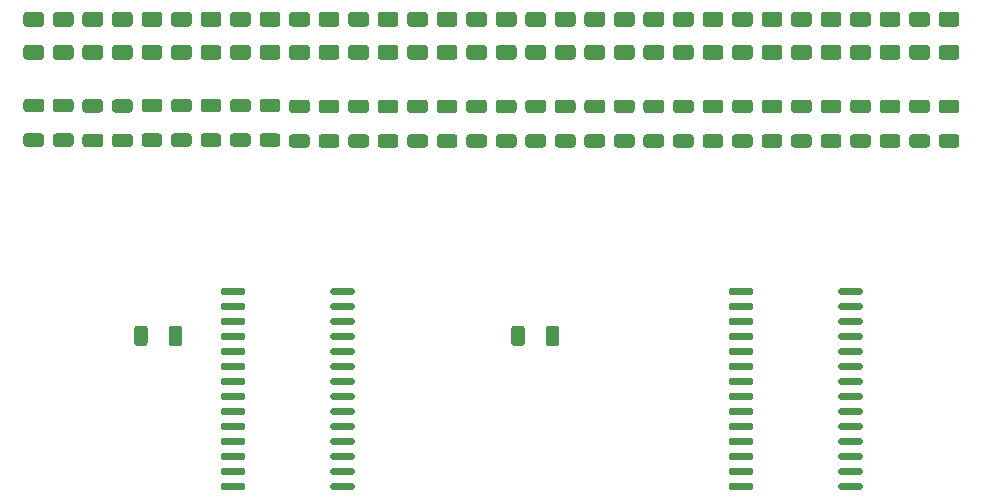
<source format=gbr>
G04 #@! TF.GenerationSoftware,KiCad,Pcbnew,(5.1.9-0-10_14)*
G04 #@! TF.CreationDate,2021-09-02T08:13:15+02:00*
G04 #@! TF.ProjectId,i2c-32io,6932632d-3332-4696-9f2e-6b696361645f,rev?*
G04 #@! TF.SameCoordinates,Original*
G04 #@! TF.FileFunction,Paste,Top*
G04 #@! TF.FilePolarity,Positive*
%FSLAX46Y46*%
G04 Gerber Fmt 4.6, Leading zero omitted, Abs format (unit mm)*
G04 Created by KiCad (PCBNEW (5.1.9-0-10_14)) date 2021-09-02 08:13:15*
%MOMM*%
%LPD*%
G01*
G04 APERTURE LIST*
G04 APERTURE END LIST*
G04 #@! TO.C,U2*
G36*
G01*
X91375000Y-107605000D02*
X91375000Y-107905000D01*
G75*
G02*
X91225000Y-108055000I-150000J0D01*
G01*
X89475000Y-108055000D01*
G75*
G02*
X89325000Y-107905000I0J150000D01*
G01*
X89325000Y-107605000D01*
G75*
G02*
X89475000Y-107455000I150000J0D01*
G01*
X91225000Y-107455000D01*
G75*
G02*
X91375000Y-107605000I0J-150000D01*
G01*
G37*
G36*
G01*
X91375000Y-106335000D02*
X91375000Y-106635000D01*
G75*
G02*
X91225000Y-106785000I-150000J0D01*
G01*
X89475000Y-106785000D01*
G75*
G02*
X89325000Y-106635000I0J150000D01*
G01*
X89325000Y-106335000D01*
G75*
G02*
X89475000Y-106185000I150000J0D01*
G01*
X91225000Y-106185000D01*
G75*
G02*
X91375000Y-106335000I0J-150000D01*
G01*
G37*
G36*
G01*
X91375000Y-105065000D02*
X91375000Y-105365000D01*
G75*
G02*
X91225000Y-105515000I-150000J0D01*
G01*
X89475000Y-105515000D01*
G75*
G02*
X89325000Y-105365000I0J150000D01*
G01*
X89325000Y-105065000D01*
G75*
G02*
X89475000Y-104915000I150000J0D01*
G01*
X91225000Y-104915000D01*
G75*
G02*
X91375000Y-105065000I0J-150000D01*
G01*
G37*
G36*
G01*
X91375000Y-103795000D02*
X91375000Y-104095000D01*
G75*
G02*
X91225000Y-104245000I-150000J0D01*
G01*
X89475000Y-104245000D01*
G75*
G02*
X89325000Y-104095000I0J150000D01*
G01*
X89325000Y-103795000D01*
G75*
G02*
X89475000Y-103645000I150000J0D01*
G01*
X91225000Y-103645000D01*
G75*
G02*
X91375000Y-103795000I0J-150000D01*
G01*
G37*
G36*
G01*
X91375000Y-102525000D02*
X91375000Y-102825000D01*
G75*
G02*
X91225000Y-102975000I-150000J0D01*
G01*
X89475000Y-102975000D01*
G75*
G02*
X89325000Y-102825000I0J150000D01*
G01*
X89325000Y-102525000D01*
G75*
G02*
X89475000Y-102375000I150000J0D01*
G01*
X91225000Y-102375000D01*
G75*
G02*
X91375000Y-102525000I0J-150000D01*
G01*
G37*
G36*
G01*
X91375000Y-101255000D02*
X91375000Y-101555000D01*
G75*
G02*
X91225000Y-101705000I-150000J0D01*
G01*
X89475000Y-101705000D01*
G75*
G02*
X89325000Y-101555000I0J150000D01*
G01*
X89325000Y-101255000D01*
G75*
G02*
X89475000Y-101105000I150000J0D01*
G01*
X91225000Y-101105000D01*
G75*
G02*
X91375000Y-101255000I0J-150000D01*
G01*
G37*
G36*
G01*
X91375000Y-99985000D02*
X91375000Y-100285000D01*
G75*
G02*
X91225000Y-100435000I-150000J0D01*
G01*
X89475000Y-100435000D01*
G75*
G02*
X89325000Y-100285000I0J150000D01*
G01*
X89325000Y-99985000D01*
G75*
G02*
X89475000Y-99835000I150000J0D01*
G01*
X91225000Y-99835000D01*
G75*
G02*
X91375000Y-99985000I0J-150000D01*
G01*
G37*
G36*
G01*
X91375000Y-98715000D02*
X91375000Y-99015000D01*
G75*
G02*
X91225000Y-99165000I-150000J0D01*
G01*
X89475000Y-99165000D01*
G75*
G02*
X89325000Y-99015000I0J150000D01*
G01*
X89325000Y-98715000D01*
G75*
G02*
X89475000Y-98565000I150000J0D01*
G01*
X91225000Y-98565000D01*
G75*
G02*
X91375000Y-98715000I0J-150000D01*
G01*
G37*
G36*
G01*
X91375000Y-97445000D02*
X91375000Y-97745000D01*
G75*
G02*
X91225000Y-97895000I-150000J0D01*
G01*
X89475000Y-97895000D01*
G75*
G02*
X89325000Y-97745000I0J150000D01*
G01*
X89325000Y-97445000D01*
G75*
G02*
X89475000Y-97295000I150000J0D01*
G01*
X91225000Y-97295000D01*
G75*
G02*
X91375000Y-97445000I0J-150000D01*
G01*
G37*
G36*
G01*
X91375000Y-96175000D02*
X91375000Y-96475000D01*
G75*
G02*
X91225000Y-96625000I-150000J0D01*
G01*
X89475000Y-96625000D01*
G75*
G02*
X89325000Y-96475000I0J150000D01*
G01*
X89325000Y-96175000D01*
G75*
G02*
X89475000Y-96025000I150000J0D01*
G01*
X91225000Y-96025000D01*
G75*
G02*
X91375000Y-96175000I0J-150000D01*
G01*
G37*
G36*
G01*
X91375000Y-94905000D02*
X91375000Y-95205000D01*
G75*
G02*
X91225000Y-95355000I-150000J0D01*
G01*
X89475000Y-95355000D01*
G75*
G02*
X89325000Y-95205000I0J150000D01*
G01*
X89325000Y-94905000D01*
G75*
G02*
X89475000Y-94755000I150000J0D01*
G01*
X91225000Y-94755000D01*
G75*
G02*
X91375000Y-94905000I0J-150000D01*
G01*
G37*
G36*
G01*
X91375000Y-93635000D02*
X91375000Y-93935000D01*
G75*
G02*
X91225000Y-94085000I-150000J0D01*
G01*
X89475000Y-94085000D01*
G75*
G02*
X89325000Y-93935000I0J150000D01*
G01*
X89325000Y-93635000D01*
G75*
G02*
X89475000Y-93485000I150000J0D01*
G01*
X91225000Y-93485000D01*
G75*
G02*
X91375000Y-93635000I0J-150000D01*
G01*
G37*
G36*
G01*
X91375000Y-92365000D02*
X91375000Y-92665000D01*
G75*
G02*
X91225000Y-92815000I-150000J0D01*
G01*
X89475000Y-92815000D01*
G75*
G02*
X89325000Y-92665000I0J150000D01*
G01*
X89325000Y-92365000D01*
G75*
G02*
X89475000Y-92215000I150000J0D01*
G01*
X91225000Y-92215000D01*
G75*
G02*
X91375000Y-92365000I0J-150000D01*
G01*
G37*
G36*
G01*
X91375000Y-91095000D02*
X91375000Y-91395000D01*
G75*
G02*
X91225000Y-91545000I-150000J0D01*
G01*
X89475000Y-91545000D01*
G75*
G02*
X89325000Y-91395000I0J150000D01*
G01*
X89325000Y-91095000D01*
G75*
G02*
X89475000Y-90945000I150000J0D01*
G01*
X91225000Y-90945000D01*
G75*
G02*
X91375000Y-91095000I0J-150000D01*
G01*
G37*
G36*
G01*
X100675000Y-91095000D02*
X100675000Y-91395000D01*
G75*
G02*
X100525000Y-91545000I-150000J0D01*
G01*
X98775000Y-91545000D01*
G75*
G02*
X98625000Y-91395000I0J150000D01*
G01*
X98625000Y-91095000D01*
G75*
G02*
X98775000Y-90945000I150000J0D01*
G01*
X100525000Y-90945000D01*
G75*
G02*
X100675000Y-91095000I0J-150000D01*
G01*
G37*
G36*
G01*
X100675000Y-92365000D02*
X100675000Y-92665000D01*
G75*
G02*
X100525000Y-92815000I-150000J0D01*
G01*
X98775000Y-92815000D01*
G75*
G02*
X98625000Y-92665000I0J150000D01*
G01*
X98625000Y-92365000D01*
G75*
G02*
X98775000Y-92215000I150000J0D01*
G01*
X100525000Y-92215000D01*
G75*
G02*
X100675000Y-92365000I0J-150000D01*
G01*
G37*
G36*
G01*
X100675000Y-93635000D02*
X100675000Y-93935000D01*
G75*
G02*
X100525000Y-94085000I-150000J0D01*
G01*
X98775000Y-94085000D01*
G75*
G02*
X98625000Y-93935000I0J150000D01*
G01*
X98625000Y-93635000D01*
G75*
G02*
X98775000Y-93485000I150000J0D01*
G01*
X100525000Y-93485000D01*
G75*
G02*
X100675000Y-93635000I0J-150000D01*
G01*
G37*
G36*
G01*
X100675000Y-94905000D02*
X100675000Y-95205000D01*
G75*
G02*
X100525000Y-95355000I-150000J0D01*
G01*
X98775000Y-95355000D01*
G75*
G02*
X98625000Y-95205000I0J150000D01*
G01*
X98625000Y-94905000D01*
G75*
G02*
X98775000Y-94755000I150000J0D01*
G01*
X100525000Y-94755000D01*
G75*
G02*
X100675000Y-94905000I0J-150000D01*
G01*
G37*
G36*
G01*
X100675000Y-96175000D02*
X100675000Y-96475000D01*
G75*
G02*
X100525000Y-96625000I-150000J0D01*
G01*
X98775000Y-96625000D01*
G75*
G02*
X98625000Y-96475000I0J150000D01*
G01*
X98625000Y-96175000D01*
G75*
G02*
X98775000Y-96025000I150000J0D01*
G01*
X100525000Y-96025000D01*
G75*
G02*
X100675000Y-96175000I0J-150000D01*
G01*
G37*
G36*
G01*
X100675000Y-97445000D02*
X100675000Y-97745000D01*
G75*
G02*
X100525000Y-97895000I-150000J0D01*
G01*
X98775000Y-97895000D01*
G75*
G02*
X98625000Y-97745000I0J150000D01*
G01*
X98625000Y-97445000D01*
G75*
G02*
X98775000Y-97295000I150000J0D01*
G01*
X100525000Y-97295000D01*
G75*
G02*
X100675000Y-97445000I0J-150000D01*
G01*
G37*
G36*
G01*
X100675000Y-98715000D02*
X100675000Y-99015000D01*
G75*
G02*
X100525000Y-99165000I-150000J0D01*
G01*
X98775000Y-99165000D01*
G75*
G02*
X98625000Y-99015000I0J150000D01*
G01*
X98625000Y-98715000D01*
G75*
G02*
X98775000Y-98565000I150000J0D01*
G01*
X100525000Y-98565000D01*
G75*
G02*
X100675000Y-98715000I0J-150000D01*
G01*
G37*
G36*
G01*
X100675000Y-99985000D02*
X100675000Y-100285000D01*
G75*
G02*
X100525000Y-100435000I-150000J0D01*
G01*
X98775000Y-100435000D01*
G75*
G02*
X98625000Y-100285000I0J150000D01*
G01*
X98625000Y-99985000D01*
G75*
G02*
X98775000Y-99835000I150000J0D01*
G01*
X100525000Y-99835000D01*
G75*
G02*
X100675000Y-99985000I0J-150000D01*
G01*
G37*
G36*
G01*
X100675000Y-101255000D02*
X100675000Y-101555000D01*
G75*
G02*
X100525000Y-101705000I-150000J0D01*
G01*
X98775000Y-101705000D01*
G75*
G02*
X98625000Y-101555000I0J150000D01*
G01*
X98625000Y-101255000D01*
G75*
G02*
X98775000Y-101105000I150000J0D01*
G01*
X100525000Y-101105000D01*
G75*
G02*
X100675000Y-101255000I0J-150000D01*
G01*
G37*
G36*
G01*
X100675000Y-102525000D02*
X100675000Y-102825000D01*
G75*
G02*
X100525000Y-102975000I-150000J0D01*
G01*
X98775000Y-102975000D01*
G75*
G02*
X98625000Y-102825000I0J150000D01*
G01*
X98625000Y-102525000D01*
G75*
G02*
X98775000Y-102375000I150000J0D01*
G01*
X100525000Y-102375000D01*
G75*
G02*
X100675000Y-102525000I0J-150000D01*
G01*
G37*
G36*
G01*
X100675000Y-103795000D02*
X100675000Y-104095000D01*
G75*
G02*
X100525000Y-104245000I-150000J0D01*
G01*
X98775000Y-104245000D01*
G75*
G02*
X98625000Y-104095000I0J150000D01*
G01*
X98625000Y-103795000D01*
G75*
G02*
X98775000Y-103645000I150000J0D01*
G01*
X100525000Y-103645000D01*
G75*
G02*
X100675000Y-103795000I0J-150000D01*
G01*
G37*
G36*
G01*
X100675000Y-105065000D02*
X100675000Y-105365000D01*
G75*
G02*
X100525000Y-105515000I-150000J0D01*
G01*
X98775000Y-105515000D01*
G75*
G02*
X98625000Y-105365000I0J150000D01*
G01*
X98625000Y-105065000D01*
G75*
G02*
X98775000Y-104915000I150000J0D01*
G01*
X100525000Y-104915000D01*
G75*
G02*
X100675000Y-105065000I0J-150000D01*
G01*
G37*
G36*
G01*
X100675000Y-106335000D02*
X100675000Y-106635000D01*
G75*
G02*
X100525000Y-106785000I-150000J0D01*
G01*
X98775000Y-106785000D01*
G75*
G02*
X98625000Y-106635000I0J150000D01*
G01*
X98625000Y-106335000D01*
G75*
G02*
X98775000Y-106185000I150000J0D01*
G01*
X100525000Y-106185000D01*
G75*
G02*
X100675000Y-106335000I0J-150000D01*
G01*
G37*
G36*
G01*
X100675000Y-107605000D02*
X100675000Y-107905000D01*
G75*
G02*
X100525000Y-108055000I-150000J0D01*
G01*
X98775000Y-108055000D01*
G75*
G02*
X98625000Y-107905000I0J150000D01*
G01*
X98625000Y-107605000D01*
G75*
G02*
X98775000Y-107455000I150000J0D01*
G01*
X100525000Y-107455000D01*
G75*
G02*
X100675000Y-107605000I0J-150000D01*
G01*
G37*
G04 #@! TD*
G04 #@! TO.C,U1*
G36*
G01*
X48375000Y-107605000D02*
X48375000Y-107905000D01*
G75*
G02*
X48225000Y-108055000I-150000J0D01*
G01*
X46475000Y-108055000D01*
G75*
G02*
X46325000Y-107905000I0J150000D01*
G01*
X46325000Y-107605000D01*
G75*
G02*
X46475000Y-107455000I150000J0D01*
G01*
X48225000Y-107455000D01*
G75*
G02*
X48375000Y-107605000I0J-150000D01*
G01*
G37*
G36*
G01*
X48375000Y-106335000D02*
X48375000Y-106635000D01*
G75*
G02*
X48225000Y-106785000I-150000J0D01*
G01*
X46475000Y-106785000D01*
G75*
G02*
X46325000Y-106635000I0J150000D01*
G01*
X46325000Y-106335000D01*
G75*
G02*
X46475000Y-106185000I150000J0D01*
G01*
X48225000Y-106185000D01*
G75*
G02*
X48375000Y-106335000I0J-150000D01*
G01*
G37*
G36*
G01*
X48375000Y-105065000D02*
X48375000Y-105365000D01*
G75*
G02*
X48225000Y-105515000I-150000J0D01*
G01*
X46475000Y-105515000D01*
G75*
G02*
X46325000Y-105365000I0J150000D01*
G01*
X46325000Y-105065000D01*
G75*
G02*
X46475000Y-104915000I150000J0D01*
G01*
X48225000Y-104915000D01*
G75*
G02*
X48375000Y-105065000I0J-150000D01*
G01*
G37*
G36*
G01*
X48375000Y-103795000D02*
X48375000Y-104095000D01*
G75*
G02*
X48225000Y-104245000I-150000J0D01*
G01*
X46475000Y-104245000D01*
G75*
G02*
X46325000Y-104095000I0J150000D01*
G01*
X46325000Y-103795000D01*
G75*
G02*
X46475000Y-103645000I150000J0D01*
G01*
X48225000Y-103645000D01*
G75*
G02*
X48375000Y-103795000I0J-150000D01*
G01*
G37*
G36*
G01*
X48375000Y-102525000D02*
X48375000Y-102825000D01*
G75*
G02*
X48225000Y-102975000I-150000J0D01*
G01*
X46475000Y-102975000D01*
G75*
G02*
X46325000Y-102825000I0J150000D01*
G01*
X46325000Y-102525000D01*
G75*
G02*
X46475000Y-102375000I150000J0D01*
G01*
X48225000Y-102375000D01*
G75*
G02*
X48375000Y-102525000I0J-150000D01*
G01*
G37*
G36*
G01*
X48375000Y-101255000D02*
X48375000Y-101555000D01*
G75*
G02*
X48225000Y-101705000I-150000J0D01*
G01*
X46475000Y-101705000D01*
G75*
G02*
X46325000Y-101555000I0J150000D01*
G01*
X46325000Y-101255000D01*
G75*
G02*
X46475000Y-101105000I150000J0D01*
G01*
X48225000Y-101105000D01*
G75*
G02*
X48375000Y-101255000I0J-150000D01*
G01*
G37*
G36*
G01*
X48375000Y-99985000D02*
X48375000Y-100285000D01*
G75*
G02*
X48225000Y-100435000I-150000J0D01*
G01*
X46475000Y-100435000D01*
G75*
G02*
X46325000Y-100285000I0J150000D01*
G01*
X46325000Y-99985000D01*
G75*
G02*
X46475000Y-99835000I150000J0D01*
G01*
X48225000Y-99835000D01*
G75*
G02*
X48375000Y-99985000I0J-150000D01*
G01*
G37*
G36*
G01*
X48375000Y-98715000D02*
X48375000Y-99015000D01*
G75*
G02*
X48225000Y-99165000I-150000J0D01*
G01*
X46475000Y-99165000D01*
G75*
G02*
X46325000Y-99015000I0J150000D01*
G01*
X46325000Y-98715000D01*
G75*
G02*
X46475000Y-98565000I150000J0D01*
G01*
X48225000Y-98565000D01*
G75*
G02*
X48375000Y-98715000I0J-150000D01*
G01*
G37*
G36*
G01*
X48375000Y-97445000D02*
X48375000Y-97745000D01*
G75*
G02*
X48225000Y-97895000I-150000J0D01*
G01*
X46475000Y-97895000D01*
G75*
G02*
X46325000Y-97745000I0J150000D01*
G01*
X46325000Y-97445000D01*
G75*
G02*
X46475000Y-97295000I150000J0D01*
G01*
X48225000Y-97295000D01*
G75*
G02*
X48375000Y-97445000I0J-150000D01*
G01*
G37*
G36*
G01*
X48375000Y-96175000D02*
X48375000Y-96475000D01*
G75*
G02*
X48225000Y-96625000I-150000J0D01*
G01*
X46475000Y-96625000D01*
G75*
G02*
X46325000Y-96475000I0J150000D01*
G01*
X46325000Y-96175000D01*
G75*
G02*
X46475000Y-96025000I150000J0D01*
G01*
X48225000Y-96025000D01*
G75*
G02*
X48375000Y-96175000I0J-150000D01*
G01*
G37*
G36*
G01*
X48375000Y-94905000D02*
X48375000Y-95205000D01*
G75*
G02*
X48225000Y-95355000I-150000J0D01*
G01*
X46475000Y-95355000D01*
G75*
G02*
X46325000Y-95205000I0J150000D01*
G01*
X46325000Y-94905000D01*
G75*
G02*
X46475000Y-94755000I150000J0D01*
G01*
X48225000Y-94755000D01*
G75*
G02*
X48375000Y-94905000I0J-150000D01*
G01*
G37*
G36*
G01*
X48375000Y-93635000D02*
X48375000Y-93935000D01*
G75*
G02*
X48225000Y-94085000I-150000J0D01*
G01*
X46475000Y-94085000D01*
G75*
G02*
X46325000Y-93935000I0J150000D01*
G01*
X46325000Y-93635000D01*
G75*
G02*
X46475000Y-93485000I150000J0D01*
G01*
X48225000Y-93485000D01*
G75*
G02*
X48375000Y-93635000I0J-150000D01*
G01*
G37*
G36*
G01*
X48375000Y-92365000D02*
X48375000Y-92665000D01*
G75*
G02*
X48225000Y-92815000I-150000J0D01*
G01*
X46475000Y-92815000D01*
G75*
G02*
X46325000Y-92665000I0J150000D01*
G01*
X46325000Y-92365000D01*
G75*
G02*
X46475000Y-92215000I150000J0D01*
G01*
X48225000Y-92215000D01*
G75*
G02*
X48375000Y-92365000I0J-150000D01*
G01*
G37*
G36*
G01*
X48375000Y-91095000D02*
X48375000Y-91395000D01*
G75*
G02*
X48225000Y-91545000I-150000J0D01*
G01*
X46475000Y-91545000D01*
G75*
G02*
X46325000Y-91395000I0J150000D01*
G01*
X46325000Y-91095000D01*
G75*
G02*
X46475000Y-90945000I150000J0D01*
G01*
X48225000Y-90945000D01*
G75*
G02*
X48375000Y-91095000I0J-150000D01*
G01*
G37*
G36*
G01*
X57675000Y-91095000D02*
X57675000Y-91395000D01*
G75*
G02*
X57525000Y-91545000I-150000J0D01*
G01*
X55775000Y-91545000D01*
G75*
G02*
X55625000Y-91395000I0J150000D01*
G01*
X55625000Y-91095000D01*
G75*
G02*
X55775000Y-90945000I150000J0D01*
G01*
X57525000Y-90945000D01*
G75*
G02*
X57675000Y-91095000I0J-150000D01*
G01*
G37*
G36*
G01*
X57675000Y-92365000D02*
X57675000Y-92665000D01*
G75*
G02*
X57525000Y-92815000I-150000J0D01*
G01*
X55775000Y-92815000D01*
G75*
G02*
X55625000Y-92665000I0J150000D01*
G01*
X55625000Y-92365000D01*
G75*
G02*
X55775000Y-92215000I150000J0D01*
G01*
X57525000Y-92215000D01*
G75*
G02*
X57675000Y-92365000I0J-150000D01*
G01*
G37*
G36*
G01*
X57675000Y-93635000D02*
X57675000Y-93935000D01*
G75*
G02*
X57525000Y-94085000I-150000J0D01*
G01*
X55775000Y-94085000D01*
G75*
G02*
X55625000Y-93935000I0J150000D01*
G01*
X55625000Y-93635000D01*
G75*
G02*
X55775000Y-93485000I150000J0D01*
G01*
X57525000Y-93485000D01*
G75*
G02*
X57675000Y-93635000I0J-150000D01*
G01*
G37*
G36*
G01*
X57675000Y-94905000D02*
X57675000Y-95205000D01*
G75*
G02*
X57525000Y-95355000I-150000J0D01*
G01*
X55775000Y-95355000D01*
G75*
G02*
X55625000Y-95205000I0J150000D01*
G01*
X55625000Y-94905000D01*
G75*
G02*
X55775000Y-94755000I150000J0D01*
G01*
X57525000Y-94755000D01*
G75*
G02*
X57675000Y-94905000I0J-150000D01*
G01*
G37*
G36*
G01*
X57675000Y-96175000D02*
X57675000Y-96475000D01*
G75*
G02*
X57525000Y-96625000I-150000J0D01*
G01*
X55775000Y-96625000D01*
G75*
G02*
X55625000Y-96475000I0J150000D01*
G01*
X55625000Y-96175000D01*
G75*
G02*
X55775000Y-96025000I150000J0D01*
G01*
X57525000Y-96025000D01*
G75*
G02*
X57675000Y-96175000I0J-150000D01*
G01*
G37*
G36*
G01*
X57675000Y-97445000D02*
X57675000Y-97745000D01*
G75*
G02*
X57525000Y-97895000I-150000J0D01*
G01*
X55775000Y-97895000D01*
G75*
G02*
X55625000Y-97745000I0J150000D01*
G01*
X55625000Y-97445000D01*
G75*
G02*
X55775000Y-97295000I150000J0D01*
G01*
X57525000Y-97295000D01*
G75*
G02*
X57675000Y-97445000I0J-150000D01*
G01*
G37*
G36*
G01*
X57675000Y-98715000D02*
X57675000Y-99015000D01*
G75*
G02*
X57525000Y-99165000I-150000J0D01*
G01*
X55775000Y-99165000D01*
G75*
G02*
X55625000Y-99015000I0J150000D01*
G01*
X55625000Y-98715000D01*
G75*
G02*
X55775000Y-98565000I150000J0D01*
G01*
X57525000Y-98565000D01*
G75*
G02*
X57675000Y-98715000I0J-150000D01*
G01*
G37*
G36*
G01*
X57675000Y-99985000D02*
X57675000Y-100285000D01*
G75*
G02*
X57525000Y-100435000I-150000J0D01*
G01*
X55775000Y-100435000D01*
G75*
G02*
X55625000Y-100285000I0J150000D01*
G01*
X55625000Y-99985000D01*
G75*
G02*
X55775000Y-99835000I150000J0D01*
G01*
X57525000Y-99835000D01*
G75*
G02*
X57675000Y-99985000I0J-150000D01*
G01*
G37*
G36*
G01*
X57675000Y-101255000D02*
X57675000Y-101555000D01*
G75*
G02*
X57525000Y-101705000I-150000J0D01*
G01*
X55775000Y-101705000D01*
G75*
G02*
X55625000Y-101555000I0J150000D01*
G01*
X55625000Y-101255000D01*
G75*
G02*
X55775000Y-101105000I150000J0D01*
G01*
X57525000Y-101105000D01*
G75*
G02*
X57675000Y-101255000I0J-150000D01*
G01*
G37*
G36*
G01*
X57675000Y-102525000D02*
X57675000Y-102825000D01*
G75*
G02*
X57525000Y-102975000I-150000J0D01*
G01*
X55775000Y-102975000D01*
G75*
G02*
X55625000Y-102825000I0J150000D01*
G01*
X55625000Y-102525000D01*
G75*
G02*
X55775000Y-102375000I150000J0D01*
G01*
X57525000Y-102375000D01*
G75*
G02*
X57675000Y-102525000I0J-150000D01*
G01*
G37*
G36*
G01*
X57675000Y-103795000D02*
X57675000Y-104095000D01*
G75*
G02*
X57525000Y-104245000I-150000J0D01*
G01*
X55775000Y-104245000D01*
G75*
G02*
X55625000Y-104095000I0J150000D01*
G01*
X55625000Y-103795000D01*
G75*
G02*
X55775000Y-103645000I150000J0D01*
G01*
X57525000Y-103645000D01*
G75*
G02*
X57675000Y-103795000I0J-150000D01*
G01*
G37*
G36*
G01*
X57675000Y-105065000D02*
X57675000Y-105365000D01*
G75*
G02*
X57525000Y-105515000I-150000J0D01*
G01*
X55775000Y-105515000D01*
G75*
G02*
X55625000Y-105365000I0J150000D01*
G01*
X55625000Y-105065000D01*
G75*
G02*
X55775000Y-104915000I150000J0D01*
G01*
X57525000Y-104915000D01*
G75*
G02*
X57675000Y-105065000I0J-150000D01*
G01*
G37*
G36*
G01*
X57675000Y-106335000D02*
X57675000Y-106635000D01*
G75*
G02*
X57525000Y-106785000I-150000J0D01*
G01*
X55775000Y-106785000D01*
G75*
G02*
X55625000Y-106635000I0J150000D01*
G01*
X55625000Y-106335000D01*
G75*
G02*
X55775000Y-106185000I150000J0D01*
G01*
X57525000Y-106185000D01*
G75*
G02*
X57675000Y-106335000I0J-150000D01*
G01*
G37*
G36*
G01*
X57675000Y-107605000D02*
X57675000Y-107905000D01*
G75*
G02*
X57525000Y-108055000I-150000J0D01*
G01*
X55775000Y-108055000D01*
G75*
G02*
X55625000Y-107905000I0J150000D01*
G01*
X55625000Y-107605000D01*
G75*
G02*
X55775000Y-107455000I150000J0D01*
G01*
X57525000Y-107455000D01*
G75*
G02*
X57675000Y-107605000I0J-150000D01*
G01*
G37*
G04 #@! TD*
G04 #@! TO.C,R34*
G36*
G01*
X41937500Y-95625003D02*
X41937500Y-94374997D01*
G75*
G02*
X42187497Y-94125000I249997J0D01*
G01*
X42812503Y-94125000D01*
G75*
G02*
X43062500Y-94374997I0J-249997D01*
G01*
X43062500Y-95625003D01*
G75*
G02*
X42812503Y-95875000I-249997J0D01*
G01*
X42187497Y-95875000D01*
G75*
G02*
X41937500Y-95625003I0J249997D01*
G01*
G37*
G36*
G01*
X39012500Y-95625003D02*
X39012500Y-94374997D01*
G75*
G02*
X39262497Y-94125000I249997J0D01*
G01*
X39887503Y-94125000D01*
G75*
G02*
X40137500Y-94374997I0J-249997D01*
G01*
X40137500Y-95625003D01*
G75*
G02*
X39887503Y-95875000I-249997J0D01*
G01*
X39262497Y-95875000D01*
G75*
G02*
X39012500Y-95625003I0J249997D01*
G01*
G37*
G04 #@! TD*
G04 #@! TO.C,R33*
G36*
G01*
X73862500Y-95625003D02*
X73862500Y-94374997D01*
G75*
G02*
X74112497Y-94125000I249997J0D01*
G01*
X74737503Y-94125000D01*
G75*
G02*
X74987500Y-94374997I0J-249997D01*
G01*
X74987500Y-95625003D01*
G75*
G02*
X74737503Y-95875000I-249997J0D01*
G01*
X74112497Y-95875000D01*
G75*
G02*
X73862500Y-95625003I0J249997D01*
G01*
G37*
G36*
G01*
X70937500Y-95625003D02*
X70937500Y-94374997D01*
G75*
G02*
X71187497Y-94125000I249997J0D01*
G01*
X71812503Y-94125000D01*
G75*
G02*
X72062500Y-94374997I0J-249997D01*
G01*
X72062500Y-95625003D01*
G75*
G02*
X71812503Y-95875000I-249997J0D01*
G01*
X71187497Y-95875000D01*
G75*
G02*
X70937500Y-95625003I0J249997D01*
G01*
G37*
G04 #@! TD*
G04 #@! TO.C,R32*
G36*
G01*
X107374997Y-77937500D02*
X108625003Y-77937500D01*
G75*
G02*
X108875000Y-78187497I0J-249997D01*
G01*
X108875000Y-78812503D01*
G75*
G02*
X108625003Y-79062500I-249997J0D01*
G01*
X107374997Y-79062500D01*
G75*
G02*
X107125000Y-78812503I0J249997D01*
G01*
X107125000Y-78187497D01*
G75*
G02*
X107374997Y-77937500I249997J0D01*
G01*
G37*
G36*
G01*
X107374997Y-75012500D02*
X108625003Y-75012500D01*
G75*
G02*
X108875000Y-75262497I0J-249997D01*
G01*
X108875000Y-75887503D01*
G75*
G02*
X108625003Y-76137500I-249997J0D01*
G01*
X107374997Y-76137500D01*
G75*
G02*
X107125000Y-75887503I0J249997D01*
G01*
X107125000Y-75262497D01*
G75*
G02*
X107374997Y-75012500I249997J0D01*
G01*
G37*
G04 #@! TD*
G04 #@! TO.C,R31*
G36*
G01*
X104874997Y-77937500D02*
X106125003Y-77937500D01*
G75*
G02*
X106375000Y-78187497I0J-249997D01*
G01*
X106375000Y-78812503D01*
G75*
G02*
X106125003Y-79062500I-249997J0D01*
G01*
X104874997Y-79062500D01*
G75*
G02*
X104625000Y-78812503I0J249997D01*
G01*
X104625000Y-78187497D01*
G75*
G02*
X104874997Y-77937500I249997J0D01*
G01*
G37*
G36*
G01*
X104874997Y-75012500D02*
X106125003Y-75012500D01*
G75*
G02*
X106375000Y-75262497I0J-249997D01*
G01*
X106375000Y-75887503D01*
G75*
G02*
X106125003Y-76137500I-249997J0D01*
G01*
X104874997Y-76137500D01*
G75*
G02*
X104625000Y-75887503I0J249997D01*
G01*
X104625000Y-75262497D01*
G75*
G02*
X104874997Y-75012500I249997J0D01*
G01*
G37*
G04 #@! TD*
G04 #@! TO.C,R30*
G36*
G01*
X102374997Y-77937500D02*
X103625003Y-77937500D01*
G75*
G02*
X103875000Y-78187497I0J-249997D01*
G01*
X103875000Y-78812503D01*
G75*
G02*
X103625003Y-79062500I-249997J0D01*
G01*
X102374997Y-79062500D01*
G75*
G02*
X102125000Y-78812503I0J249997D01*
G01*
X102125000Y-78187497D01*
G75*
G02*
X102374997Y-77937500I249997J0D01*
G01*
G37*
G36*
G01*
X102374997Y-75012500D02*
X103625003Y-75012500D01*
G75*
G02*
X103875000Y-75262497I0J-249997D01*
G01*
X103875000Y-75887503D01*
G75*
G02*
X103625003Y-76137500I-249997J0D01*
G01*
X102374997Y-76137500D01*
G75*
G02*
X102125000Y-75887503I0J249997D01*
G01*
X102125000Y-75262497D01*
G75*
G02*
X102374997Y-75012500I249997J0D01*
G01*
G37*
G04 #@! TD*
G04 #@! TO.C,R29*
G36*
G01*
X99874997Y-77937500D02*
X101125003Y-77937500D01*
G75*
G02*
X101375000Y-78187497I0J-249997D01*
G01*
X101375000Y-78812503D01*
G75*
G02*
X101125003Y-79062500I-249997J0D01*
G01*
X99874997Y-79062500D01*
G75*
G02*
X99625000Y-78812503I0J249997D01*
G01*
X99625000Y-78187497D01*
G75*
G02*
X99874997Y-77937500I249997J0D01*
G01*
G37*
G36*
G01*
X99874997Y-75012500D02*
X101125003Y-75012500D01*
G75*
G02*
X101375000Y-75262497I0J-249997D01*
G01*
X101375000Y-75887503D01*
G75*
G02*
X101125003Y-76137500I-249997J0D01*
G01*
X99874997Y-76137500D01*
G75*
G02*
X99625000Y-75887503I0J249997D01*
G01*
X99625000Y-75262497D01*
G75*
G02*
X99874997Y-75012500I249997J0D01*
G01*
G37*
G04 #@! TD*
G04 #@! TO.C,R28*
G36*
G01*
X97374997Y-77937500D02*
X98625003Y-77937500D01*
G75*
G02*
X98875000Y-78187497I0J-249997D01*
G01*
X98875000Y-78812503D01*
G75*
G02*
X98625003Y-79062500I-249997J0D01*
G01*
X97374997Y-79062500D01*
G75*
G02*
X97125000Y-78812503I0J249997D01*
G01*
X97125000Y-78187497D01*
G75*
G02*
X97374997Y-77937500I249997J0D01*
G01*
G37*
G36*
G01*
X97374997Y-75012500D02*
X98625003Y-75012500D01*
G75*
G02*
X98875000Y-75262497I0J-249997D01*
G01*
X98875000Y-75887503D01*
G75*
G02*
X98625003Y-76137500I-249997J0D01*
G01*
X97374997Y-76137500D01*
G75*
G02*
X97125000Y-75887503I0J249997D01*
G01*
X97125000Y-75262497D01*
G75*
G02*
X97374997Y-75012500I249997J0D01*
G01*
G37*
G04 #@! TD*
G04 #@! TO.C,R27*
G36*
G01*
X94874997Y-77937500D02*
X96125003Y-77937500D01*
G75*
G02*
X96375000Y-78187497I0J-249997D01*
G01*
X96375000Y-78812503D01*
G75*
G02*
X96125003Y-79062500I-249997J0D01*
G01*
X94874997Y-79062500D01*
G75*
G02*
X94625000Y-78812503I0J249997D01*
G01*
X94625000Y-78187497D01*
G75*
G02*
X94874997Y-77937500I249997J0D01*
G01*
G37*
G36*
G01*
X94874997Y-75012500D02*
X96125003Y-75012500D01*
G75*
G02*
X96375000Y-75262497I0J-249997D01*
G01*
X96375000Y-75887503D01*
G75*
G02*
X96125003Y-76137500I-249997J0D01*
G01*
X94874997Y-76137500D01*
G75*
G02*
X94625000Y-75887503I0J249997D01*
G01*
X94625000Y-75262497D01*
G75*
G02*
X94874997Y-75012500I249997J0D01*
G01*
G37*
G04 #@! TD*
G04 #@! TO.C,R26*
G36*
G01*
X92374997Y-77937500D02*
X93625003Y-77937500D01*
G75*
G02*
X93875000Y-78187497I0J-249997D01*
G01*
X93875000Y-78812503D01*
G75*
G02*
X93625003Y-79062500I-249997J0D01*
G01*
X92374997Y-79062500D01*
G75*
G02*
X92125000Y-78812503I0J249997D01*
G01*
X92125000Y-78187497D01*
G75*
G02*
X92374997Y-77937500I249997J0D01*
G01*
G37*
G36*
G01*
X92374997Y-75012500D02*
X93625003Y-75012500D01*
G75*
G02*
X93875000Y-75262497I0J-249997D01*
G01*
X93875000Y-75887503D01*
G75*
G02*
X93625003Y-76137500I-249997J0D01*
G01*
X92374997Y-76137500D01*
G75*
G02*
X92125000Y-75887503I0J249997D01*
G01*
X92125000Y-75262497D01*
G75*
G02*
X92374997Y-75012500I249997J0D01*
G01*
G37*
G04 #@! TD*
G04 #@! TO.C,R25*
G36*
G01*
X89874997Y-77937500D02*
X91125003Y-77937500D01*
G75*
G02*
X91375000Y-78187497I0J-249997D01*
G01*
X91375000Y-78812503D01*
G75*
G02*
X91125003Y-79062500I-249997J0D01*
G01*
X89874997Y-79062500D01*
G75*
G02*
X89625000Y-78812503I0J249997D01*
G01*
X89625000Y-78187497D01*
G75*
G02*
X89874997Y-77937500I249997J0D01*
G01*
G37*
G36*
G01*
X89874997Y-75012500D02*
X91125003Y-75012500D01*
G75*
G02*
X91375000Y-75262497I0J-249997D01*
G01*
X91375000Y-75887503D01*
G75*
G02*
X91125003Y-76137500I-249997J0D01*
G01*
X89874997Y-76137500D01*
G75*
G02*
X89625000Y-75887503I0J249997D01*
G01*
X89625000Y-75262497D01*
G75*
G02*
X89874997Y-75012500I249997J0D01*
G01*
G37*
G04 #@! TD*
G04 #@! TO.C,R24*
G36*
G01*
X87374997Y-77937500D02*
X88625003Y-77937500D01*
G75*
G02*
X88875000Y-78187497I0J-249997D01*
G01*
X88875000Y-78812503D01*
G75*
G02*
X88625003Y-79062500I-249997J0D01*
G01*
X87374997Y-79062500D01*
G75*
G02*
X87125000Y-78812503I0J249997D01*
G01*
X87125000Y-78187497D01*
G75*
G02*
X87374997Y-77937500I249997J0D01*
G01*
G37*
G36*
G01*
X87374997Y-75012500D02*
X88625003Y-75012500D01*
G75*
G02*
X88875000Y-75262497I0J-249997D01*
G01*
X88875000Y-75887503D01*
G75*
G02*
X88625003Y-76137500I-249997J0D01*
G01*
X87374997Y-76137500D01*
G75*
G02*
X87125000Y-75887503I0J249997D01*
G01*
X87125000Y-75262497D01*
G75*
G02*
X87374997Y-75012500I249997J0D01*
G01*
G37*
G04 #@! TD*
G04 #@! TO.C,R23*
G36*
G01*
X84874997Y-77937500D02*
X86125003Y-77937500D01*
G75*
G02*
X86375000Y-78187497I0J-249997D01*
G01*
X86375000Y-78812503D01*
G75*
G02*
X86125003Y-79062500I-249997J0D01*
G01*
X84874997Y-79062500D01*
G75*
G02*
X84625000Y-78812503I0J249997D01*
G01*
X84625000Y-78187497D01*
G75*
G02*
X84874997Y-77937500I249997J0D01*
G01*
G37*
G36*
G01*
X84874997Y-75012500D02*
X86125003Y-75012500D01*
G75*
G02*
X86375000Y-75262497I0J-249997D01*
G01*
X86375000Y-75887503D01*
G75*
G02*
X86125003Y-76137500I-249997J0D01*
G01*
X84874997Y-76137500D01*
G75*
G02*
X84625000Y-75887503I0J249997D01*
G01*
X84625000Y-75262497D01*
G75*
G02*
X84874997Y-75012500I249997J0D01*
G01*
G37*
G04 #@! TD*
G04 #@! TO.C,R22*
G36*
G01*
X82374997Y-77937500D02*
X83625003Y-77937500D01*
G75*
G02*
X83875000Y-78187497I0J-249997D01*
G01*
X83875000Y-78812503D01*
G75*
G02*
X83625003Y-79062500I-249997J0D01*
G01*
X82374997Y-79062500D01*
G75*
G02*
X82125000Y-78812503I0J249997D01*
G01*
X82125000Y-78187497D01*
G75*
G02*
X82374997Y-77937500I249997J0D01*
G01*
G37*
G36*
G01*
X82374997Y-75012500D02*
X83625003Y-75012500D01*
G75*
G02*
X83875000Y-75262497I0J-249997D01*
G01*
X83875000Y-75887503D01*
G75*
G02*
X83625003Y-76137500I-249997J0D01*
G01*
X82374997Y-76137500D01*
G75*
G02*
X82125000Y-75887503I0J249997D01*
G01*
X82125000Y-75262497D01*
G75*
G02*
X82374997Y-75012500I249997J0D01*
G01*
G37*
G04 #@! TD*
G04 #@! TO.C,R21*
G36*
G01*
X79874997Y-77937500D02*
X81125003Y-77937500D01*
G75*
G02*
X81375000Y-78187497I0J-249997D01*
G01*
X81375000Y-78812503D01*
G75*
G02*
X81125003Y-79062500I-249997J0D01*
G01*
X79874997Y-79062500D01*
G75*
G02*
X79625000Y-78812503I0J249997D01*
G01*
X79625000Y-78187497D01*
G75*
G02*
X79874997Y-77937500I249997J0D01*
G01*
G37*
G36*
G01*
X79874997Y-75012500D02*
X81125003Y-75012500D01*
G75*
G02*
X81375000Y-75262497I0J-249997D01*
G01*
X81375000Y-75887503D01*
G75*
G02*
X81125003Y-76137500I-249997J0D01*
G01*
X79874997Y-76137500D01*
G75*
G02*
X79625000Y-75887503I0J249997D01*
G01*
X79625000Y-75262497D01*
G75*
G02*
X79874997Y-75012500I249997J0D01*
G01*
G37*
G04 #@! TD*
G04 #@! TO.C,R20*
G36*
G01*
X77374997Y-77937500D02*
X78625003Y-77937500D01*
G75*
G02*
X78875000Y-78187497I0J-249997D01*
G01*
X78875000Y-78812503D01*
G75*
G02*
X78625003Y-79062500I-249997J0D01*
G01*
X77374997Y-79062500D01*
G75*
G02*
X77125000Y-78812503I0J249997D01*
G01*
X77125000Y-78187497D01*
G75*
G02*
X77374997Y-77937500I249997J0D01*
G01*
G37*
G36*
G01*
X77374997Y-75012500D02*
X78625003Y-75012500D01*
G75*
G02*
X78875000Y-75262497I0J-249997D01*
G01*
X78875000Y-75887503D01*
G75*
G02*
X78625003Y-76137500I-249997J0D01*
G01*
X77374997Y-76137500D01*
G75*
G02*
X77125000Y-75887503I0J249997D01*
G01*
X77125000Y-75262497D01*
G75*
G02*
X77374997Y-75012500I249997J0D01*
G01*
G37*
G04 #@! TD*
G04 #@! TO.C,R19*
G36*
G01*
X74874997Y-77937500D02*
X76125003Y-77937500D01*
G75*
G02*
X76375000Y-78187497I0J-249997D01*
G01*
X76375000Y-78812503D01*
G75*
G02*
X76125003Y-79062500I-249997J0D01*
G01*
X74874997Y-79062500D01*
G75*
G02*
X74625000Y-78812503I0J249997D01*
G01*
X74625000Y-78187497D01*
G75*
G02*
X74874997Y-77937500I249997J0D01*
G01*
G37*
G36*
G01*
X74874997Y-75012500D02*
X76125003Y-75012500D01*
G75*
G02*
X76375000Y-75262497I0J-249997D01*
G01*
X76375000Y-75887503D01*
G75*
G02*
X76125003Y-76137500I-249997J0D01*
G01*
X74874997Y-76137500D01*
G75*
G02*
X74625000Y-75887503I0J249997D01*
G01*
X74625000Y-75262497D01*
G75*
G02*
X74874997Y-75012500I249997J0D01*
G01*
G37*
G04 #@! TD*
G04 #@! TO.C,R18*
G36*
G01*
X72374997Y-77937500D02*
X73625003Y-77937500D01*
G75*
G02*
X73875000Y-78187497I0J-249997D01*
G01*
X73875000Y-78812503D01*
G75*
G02*
X73625003Y-79062500I-249997J0D01*
G01*
X72374997Y-79062500D01*
G75*
G02*
X72125000Y-78812503I0J249997D01*
G01*
X72125000Y-78187497D01*
G75*
G02*
X72374997Y-77937500I249997J0D01*
G01*
G37*
G36*
G01*
X72374997Y-75012500D02*
X73625003Y-75012500D01*
G75*
G02*
X73875000Y-75262497I0J-249997D01*
G01*
X73875000Y-75887503D01*
G75*
G02*
X73625003Y-76137500I-249997J0D01*
G01*
X72374997Y-76137500D01*
G75*
G02*
X72125000Y-75887503I0J249997D01*
G01*
X72125000Y-75262497D01*
G75*
G02*
X72374997Y-75012500I249997J0D01*
G01*
G37*
G04 #@! TD*
G04 #@! TO.C,R17*
G36*
G01*
X69874997Y-77937500D02*
X71125003Y-77937500D01*
G75*
G02*
X71375000Y-78187497I0J-249997D01*
G01*
X71375000Y-78812503D01*
G75*
G02*
X71125003Y-79062500I-249997J0D01*
G01*
X69874997Y-79062500D01*
G75*
G02*
X69625000Y-78812503I0J249997D01*
G01*
X69625000Y-78187497D01*
G75*
G02*
X69874997Y-77937500I249997J0D01*
G01*
G37*
G36*
G01*
X69874997Y-75012500D02*
X71125003Y-75012500D01*
G75*
G02*
X71375000Y-75262497I0J-249997D01*
G01*
X71375000Y-75887503D01*
G75*
G02*
X71125003Y-76137500I-249997J0D01*
G01*
X69874997Y-76137500D01*
G75*
G02*
X69625000Y-75887503I0J249997D01*
G01*
X69625000Y-75262497D01*
G75*
G02*
X69874997Y-75012500I249997J0D01*
G01*
G37*
G04 #@! TD*
G04 #@! TO.C,R16*
G36*
G01*
X67374997Y-77937500D02*
X68625003Y-77937500D01*
G75*
G02*
X68875000Y-78187497I0J-249997D01*
G01*
X68875000Y-78812503D01*
G75*
G02*
X68625003Y-79062500I-249997J0D01*
G01*
X67374997Y-79062500D01*
G75*
G02*
X67125000Y-78812503I0J249997D01*
G01*
X67125000Y-78187497D01*
G75*
G02*
X67374997Y-77937500I249997J0D01*
G01*
G37*
G36*
G01*
X67374997Y-75012500D02*
X68625003Y-75012500D01*
G75*
G02*
X68875000Y-75262497I0J-249997D01*
G01*
X68875000Y-75887503D01*
G75*
G02*
X68625003Y-76137500I-249997J0D01*
G01*
X67374997Y-76137500D01*
G75*
G02*
X67125000Y-75887503I0J249997D01*
G01*
X67125000Y-75262497D01*
G75*
G02*
X67374997Y-75012500I249997J0D01*
G01*
G37*
G04 #@! TD*
G04 #@! TO.C,R15*
G36*
G01*
X64874997Y-77937500D02*
X66125003Y-77937500D01*
G75*
G02*
X66375000Y-78187497I0J-249997D01*
G01*
X66375000Y-78812503D01*
G75*
G02*
X66125003Y-79062500I-249997J0D01*
G01*
X64874997Y-79062500D01*
G75*
G02*
X64625000Y-78812503I0J249997D01*
G01*
X64625000Y-78187497D01*
G75*
G02*
X64874997Y-77937500I249997J0D01*
G01*
G37*
G36*
G01*
X64874997Y-75012500D02*
X66125003Y-75012500D01*
G75*
G02*
X66375000Y-75262497I0J-249997D01*
G01*
X66375000Y-75887503D01*
G75*
G02*
X66125003Y-76137500I-249997J0D01*
G01*
X64874997Y-76137500D01*
G75*
G02*
X64625000Y-75887503I0J249997D01*
G01*
X64625000Y-75262497D01*
G75*
G02*
X64874997Y-75012500I249997J0D01*
G01*
G37*
G04 #@! TD*
G04 #@! TO.C,R14*
G36*
G01*
X62374997Y-77937500D02*
X63625003Y-77937500D01*
G75*
G02*
X63875000Y-78187497I0J-249997D01*
G01*
X63875000Y-78812503D01*
G75*
G02*
X63625003Y-79062500I-249997J0D01*
G01*
X62374997Y-79062500D01*
G75*
G02*
X62125000Y-78812503I0J249997D01*
G01*
X62125000Y-78187497D01*
G75*
G02*
X62374997Y-77937500I249997J0D01*
G01*
G37*
G36*
G01*
X62374997Y-75012500D02*
X63625003Y-75012500D01*
G75*
G02*
X63875000Y-75262497I0J-249997D01*
G01*
X63875000Y-75887503D01*
G75*
G02*
X63625003Y-76137500I-249997J0D01*
G01*
X62374997Y-76137500D01*
G75*
G02*
X62125000Y-75887503I0J249997D01*
G01*
X62125000Y-75262497D01*
G75*
G02*
X62374997Y-75012500I249997J0D01*
G01*
G37*
G04 #@! TD*
G04 #@! TO.C,R13*
G36*
G01*
X59874997Y-77937500D02*
X61125003Y-77937500D01*
G75*
G02*
X61375000Y-78187497I0J-249997D01*
G01*
X61375000Y-78812503D01*
G75*
G02*
X61125003Y-79062500I-249997J0D01*
G01*
X59874997Y-79062500D01*
G75*
G02*
X59625000Y-78812503I0J249997D01*
G01*
X59625000Y-78187497D01*
G75*
G02*
X59874997Y-77937500I249997J0D01*
G01*
G37*
G36*
G01*
X59874997Y-75012500D02*
X61125003Y-75012500D01*
G75*
G02*
X61375000Y-75262497I0J-249997D01*
G01*
X61375000Y-75887503D01*
G75*
G02*
X61125003Y-76137500I-249997J0D01*
G01*
X59874997Y-76137500D01*
G75*
G02*
X59625000Y-75887503I0J249997D01*
G01*
X59625000Y-75262497D01*
G75*
G02*
X59874997Y-75012500I249997J0D01*
G01*
G37*
G04 #@! TD*
G04 #@! TO.C,R12*
G36*
G01*
X57374997Y-77937500D02*
X58625003Y-77937500D01*
G75*
G02*
X58875000Y-78187497I0J-249997D01*
G01*
X58875000Y-78812503D01*
G75*
G02*
X58625003Y-79062500I-249997J0D01*
G01*
X57374997Y-79062500D01*
G75*
G02*
X57125000Y-78812503I0J249997D01*
G01*
X57125000Y-78187497D01*
G75*
G02*
X57374997Y-77937500I249997J0D01*
G01*
G37*
G36*
G01*
X57374997Y-75012500D02*
X58625003Y-75012500D01*
G75*
G02*
X58875000Y-75262497I0J-249997D01*
G01*
X58875000Y-75887503D01*
G75*
G02*
X58625003Y-76137500I-249997J0D01*
G01*
X57374997Y-76137500D01*
G75*
G02*
X57125000Y-75887503I0J249997D01*
G01*
X57125000Y-75262497D01*
G75*
G02*
X57374997Y-75012500I249997J0D01*
G01*
G37*
G04 #@! TD*
G04 #@! TO.C,R11*
G36*
G01*
X54874997Y-77937500D02*
X56125003Y-77937500D01*
G75*
G02*
X56375000Y-78187497I0J-249997D01*
G01*
X56375000Y-78812503D01*
G75*
G02*
X56125003Y-79062500I-249997J0D01*
G01*
X54874997Y-79062500D01*
G75*
G02*
X54625000Y-78812503I0J249997D01*
G01*
X54625000Y-78187497D01*
G75*
G02*
X54874997Y-77937500I249997J0D01*
G01*
G37*
G36*
G01*
X54874997Y-75012500D02*
X56125003Y-75012500D01*
G75*
G02*
X56375000Y-75262497I0J-249997D01*
G01*
X56375000Y-75887503D01*
G75*
G02*
X56125003Y-76137500I-249997J0D01*
G01*
X54874997Y-76137500D01*
G75*
G02*
X54625000Y-75887503I0J249997D01*
G01*
X54625000Y-75262497D01*
G75*
G02*
X54874997Y-75012500I249997J0D01*
G01*
G37*
G04 #@! TD*
G04 #@! TO.C,R10*
G36*
G01*
X52374997Y-77937500D02*
X53625003Y-77937500D01*
G75*
G02*
X53875000Y-78187497I0J-249997D01*
G01*
X53875000Y-78812503D01*
G75*
G02*
X53625003Y-79062500I-249997J0D01*
G01*
X52374997Y-79062500D01*
G75*
G02*
X52125000Y-78812503I0J249997D01*
G01*
X52125000Y-78187497D01*
G75*
G02*
X52374997Y-77937500I249997J0D01*
G01*
G37*
G36*
G01*
X52374997Y-75012500D02*
X53625003Y-75012500D01*
G75*
G02*
X53875000Y-75262497I0J-249997D01*
G01*
X53875000Y-75887503D01*
G75*
G02*
X53625003Y-76137500I-249997J0D01*
G01*
X52374997Y-76137500D01*
G75*
G02*
X52125000Y-75887503I0J249997D01*
G01*
X52125000Y-75262497D01*
G75*
G02*
X52374997Y-75012500I249997J0D01*
G01*
G37*
G04 #@! TD*
G04 #@! TO.C,R9*
G36*
G01*
X49874997Y-77862500D02*
X51125003Y-77862500D01*
G75*
G02*
X51375000Y-78112497I0J-249997D01*
G01*
X51375000Y-78737503D01*
G75*
G02*
X51125003Y-78987500I-249997J0D01*
G01*
X49874997Y-78987500D01*
G75*
G02*
X49625000Y-78737503I0J249997D01*
G01*
X49625000Y-78112497D01*
G75*
G02*
X49874997Y-77862500I249997J0D01*
G01*
G37*
G36*
G01*
X49874997Y-74937500D02*
X51125003Y-74937500D01*
G75*
G02*
X51375000Y-75187497I0J-249997D01*
G01*
X51375000Y-75812503D01*
G75*
G02*
X51125003Y-76062500I-249997J0D01*
G01*
X49874997Y-76062500D01*
G75*
G02*
X49625000Y-75812503I0J249997D01*
G01*
X49625000Y-75187497D01*
G75*
G02*
X49874997Y-74937500I249997J0D01*
G01*
G37*
G04 #@! TD*
G04 #@! TO.C,R8*
G36*
G01*
X47374997Y-77862500D02*
X48625003Y-77862500D01*
G75*
G02*
X48875000Y-78112497I0J-249997D01*
G01*
X48875000Y-78737503D01*
G75*
G02*
X48625003Y-78987500I-249997J0D01*
G01*
X47374997Y-78987500D01*
G75*
G02*
X47125000Y-78737503I0J249997D01*
G01*
X47125000Y-78112497D01*
G75*
G02*
X47374997Y-77862500I249997J0D01*
G01*
G37*
G36*
G01*
X47374997Y-74937500D02*
X48625003Y-74937500D01*
G75*
G02*
X48875000Y-75187497I0J-249997D01*
G01*
X48875000Y-75812503D01*
G75*
G02*
X48625003Y-76062500I-249997J0D01*
G01*
X47374997Y-76062500D01*
G75*
G02*
X47125000Y-75812503I0J249997D01*
G01*
X47125000Y-75187497D01*
G75*
G02*
X47374997Y-74937500I249997J0D01*
G01*
G37*
G04 #@! TD*
G04 #@! TO.C,R7*
G36*
G01*
X44874997Y-77862500D02*
X46125003Y-77862500D01*
G75*
G02*
X46375000Y-78112497I0J-249997D01*
G01*
X46375000Y-78737503D01*
G75*
G02*
X46125003Y-78987500I-249997J0D01*
G01*
X44874997Y-78987500D01*
G75*
G02*
X44625000Y-78737503I0J249997D01*
G01*
X44625000Y-78112497D01*
G75*
G02*
X44874997Y-77862500I249997J0D01*
G01*
G37*
G36*
G01*
X44874997Y-74937500D02*
X46125003Y-74937500D01*
G75*
G02*
X46375000Y-75187497I0J-249997D01*
G01*
X46375000Y-75812503D01*
G75*
G02*
X46125003Y-76062500I-249997J0D01*
G01*
X44874997Y-76062500D01*
G75*
G02*
X44625000Y-75812503I0J249997D01*
G01*
X44625000Y-75187497D01*
G75*
G02*
X44874997Y-74937500I249997J0D01*
G01*
G37*
G04 #@! TD*
G04 #@! TO.C,R6*
G36*
G01*
X42374997Y-77862500D02*
X43625003Y-77862500D01*
G75*
G02*
X43875000Y-78112497I0J-249997D01*
G01*
X43875000Y-78737503D01*
G75*
G02*
X43625003Y-78987500I-249997J0D01*
G01*
X42374997Y-78987500D01*
G75*
G02*
X42125000Y-78737503I0J249997D01*
G01*
X42125000Y-78112497D01*
G75*
G02*
X42374997Y-77862500I249997J0D01*
G01*
G37*
G36*
G01*
X42374997Y-74937500D02*
X43625003Y-74937500D01*
G75*
G02*
X43875000Y-75187497I0J-249997D01*
G01*
X43875000Y-75812503D01*
G75*
G02*
X43625003Y-76062500I-249997J0D01*
G01*
X42374997Y-76062500D01*
G75*
G02*
X42125000Y-75812503I0J249997D01*
G01*
X42125000Y-75187497D01*
G75*
G02*
X42374997Y-74937500I249997J0D01*
G01*
G37*
G04 #@! TD*
G04 #@! TO.C,R5*
G36*
G01*
X39874997Y-77862500D02*
X41125003Y-77862500D01*
G75*
G02*
X41375000Y-78112497I0J-249997D01*
G01*
X41375000Y-78737503D01*
G75*
G02*
X41125003Y-78987500I-249997J0D01*
G01*
X39874997Y-78987500D01*
G75*
G02*
X39625000Y-78737503I0J249997D01*
G01*
X39625000Y-78112497D01*
G75*
G02*
X39874997Y-77862500I249997J0D01*
G01*
G37*
G36*
G01*
X39874997Y-74937500D02*
X41125003Y-74937500D01*
G75*
G02*
X41375000Y-75187497I0J-249997D01*
G01*
X41375000Y-75812503D01*
G75*
G02*
X41125003Y-76062500I-249997J0D01*
G01*
X39874997Y-76062500D01*
G75*
G02*
X39625000Y-75812503I0J249997D01*
G01*
X39625000Y-75187497D01*
G75*
G02*
X39874997Y-74937500I249997J0D01*
G01*
G37*
G04 #@! TD*
G04 #@! TO.C,R4*
G36*
G01*
X37374997Y-77900000D02*
X38625003Y-77900000D01*
G75*
G02*
X38875000Y-78149997I0J-249997D01*
G01*
X38875000Y-78775003D01*
G75*
G02*
X38625003Y-79025000I-249997J0D01*
G01*
X37374997Y-79025000D01*
G75*
G02*
X37125000Y-78775003I0J249997D01*
G01*
X37125000Y-78149997D01*
G75*
G02*
X37374997Y-77900000I249997J0D01*
G01*
G37*
G36*
G01*
X37374997Y-74975000D02*
X38625003Y-74975000D01*
G75*
G02*
X38875000Y-75224997I0J-249997D01*
G01*
X38875000Y-75850003D01*
G75*
G02*
X38625003Y-76100000I-249997J0D01*
G01*
X37374997Y-76100000D01*
G75*
G02*
X37125000Y-75850003I0J249997D01*
G01*
X37125000Y-75224997D01*
G75*
G02*
X37374997Y-74975000I249997J0D01*
G01*
G37*
G04 #@! TD*
G04 #@! TO.C,R3*
G36*
G01*
X34874997Y-77900000D02*
X36125003Y-77900000D01*
G75*
G02*
X36375000Y-78149997I0J-249997D01*
G01*
X36375000Y-78775003D01*
G75*
G02*
X36125003Y-79025000I-249997J0D01*
G01*
X34874997Y-79025000D01*
G75*
G02*
X34625000Y-78775003I0J249997D01*
G01*
X34625000Y-78149997D01*
G75*
G02*
X34874997Y-77900000I249997J0D01*
G01*
G37*
G36*
G01*
X34874997Y-74975000D02*
X36125003Y-74975000D01*
G75*
G02*
X36375000Y-75224997I0J-249997D01*
G01*
X36375000Y-75850003D01*
G75*
G02*
X36125003Y-76100000I-249997J0D01*
G01*
X34874997Y-76100000D01*
G75*
G02*
X34625000Y-75850003I0J249997D01*
G01*
X34625000Y-75224997D01*
G75*
G02*
X34874997Y-74975000I249997J0D01*
G01*
G37*
G04 #@! TD*
G04 #@! TO.C,R2*
G36*
G01*
X32374997Y-77862500D02*
X33625003Y-77862500D01*
G75*
G02*
X33875000Y-78112497I0J-249997D01*
G01*
X33875000Y-78737503D01*
G75*
G02*
X33625003Y-78987500I-249997J0D01*
G01*
X32374997Y-78987500D01*
G75*
G02*
X32125000Y-78737503I0J249997D01*
G01*
X32125000Y-78112497D01*
G75*
G02*
X32374997Y-77862500I249997J0D01*
G01*
G37*
G36*
G01*
X32374997Y-74937500D02*
X33625003Y-74937500D01*
G75*
G02*
X33875000Y-75187497I0J-249997D01*
G01*
X33875000Y-75812503D01*
G75*
G02*
X33625003Y-76062500I-249997J0D01*
G01*
X32374997Y-76062500D01*
G75*
G02*
X32125000Y-75812503I0J249997D01*
G01*
X32125000Y-75187497D01*
G75*
G02*
X32374997Y-74937500I249997J0D01*
G01*
G37*
G04 #@! TD*
G04 #@! TO.C,R1*
G36*
G01*
X29874997Y-77862500D02*
X31125003Y-77862500D01*
G75*
G02*
X31375000Y-78112497I0J-249997D01*
G01*
X31375000Y-78737503D01*
G75*
G02*
X31125003Y-78987500I-249997J0D01*
G01*
X29874997Y-78987500D01*
G75*
G02*
X29625000Y-78737503I0J249997D01*
G01*
X29625000Y-78112497D01*
G75*
G02*
X29874997Y-77862500I249997J0D01*
G01*
G37*
G36*
G01*
X29874997Y-74937500D02*
X31125003Y-74937500D01*
G75*
G02*
X31375000Y-75187497I0J-249997D01*
G01*
X31375000Y-75812503D01*
G75*
G02*
X31125003Y-76062500I-249997J0D01*
G01*
X29874997Y-76062500D01*
G75*
G02*
X29625000Y-75812503I0J249997D01*
G01*
X29625000Y-75187497D01*
G75*
G02*
X29874997Y-74937500I249997J0D01*
G01*
G37*
G04 #@! TD*
G04 #@! TO.C,D32*
G36*
G01*
X107375000Y-70375000D02*
X108625000Y-70375000D01*
G75*
G02*
X108875000Y-70625000I0J-250000D01*
G01*
X108875000Y-71375000D01*
G75*
G02*
X108625000Y-71625000I-250000J0D01*
G01*
X107375000Y-71625000D01*
G75*
G02*
X107125000Y-71375000I0J250000D01*
G01*
X107125000Y-70625000D01*
G75*
G02*
X107375000Y-70375000I250000J0D01*
G01*
G37*
G36*
G01*
X107375000Y-67575000D02*
X108625000Y-67575000D01*
G75*
G02*
X108875000Y-67825000I0J-250000D01*
G01*
X108875000Y-68575000D01*
G75*
G02*
X108625000Y-68825000I-250000J0D01*
G01*
X107375000Y-68825000D01*
G75*
G02*
X107125000Y-68575000I0J250000D01*
G01*
X107125000Y-67825000D01*
G75*
G02*
X107375000Y-67575000I250000J0D01*
G01*
G37*
G04 #@! TD*
G04 #@! TO.C,D31*
G36*
G01*
X104875000Y-70375000D02*
X106125000Y-70375000D01*
G75*
G02*
X106375000Y-70625000I0J-250000D01*
G01*
X106375000Y-71375000D01*
G75*
G02*
X106125000Y-71625000I-250000J0D01*
G01*
X104875000Y-71625000D01*
G75*
G02*
X104625000Y-71375000I0J250000D01*
G01*
X104625000Y-70625000D01*
G75*
G02*
X104875000Y-70375000I250000J0D01*
G01*
G37*
G36*
G01*
X104875000Y-67575000D02*
X106125000Y-67575000D01*
G75*
G02*
X106375000Y-67825000I0J-250000D01*
G01*
X106375000Y-68575000D01*
G75*
G02*
X106125000Y-68825000I-250000J0D01*
G01*
X104875000Y-68825000D01*
G75*
G02*
X104625000Y-68575000I0J250000D01*
G01*
X104625000Y-67825000D01*
G75*
G02*
X104875000Y-67575000I250000J0D01*
G01*
G37*
G04 #@! TD*
G04 #@! TO.C,D30*
G36*
G01*
X102375000Y-70375000D02*
X103625000Y-70375000D01*
G75*
G02*
X103875000Y-70625000I0J-250000D01*
G01*
X103875000Y-71375000D01*
G75*
G02*
X103625000Y-71625000I-250000J0D01*
G01*
X102375000Y-71625000D01*
G75*
G02*
X102125000Y-71375000I0J250000D01*
G01*
X102125000Y-70625000D01*
G75*
G02*
X102375000Y-70375000I250000J0D01*
G01*
G37*
G36*
G01*
X102375000Y-67575000D02*
X103625000Y-67575000D01*
G75*
G02*
X103875000Y-67825000I0J-250000D01*
G01*
X103875000Y-68575000D01*
G75*
G02*
X103625000Y-68825000I-250000J0D01*
G01*
X102375000Y-68825000D01*
G75*
G02*
X102125000Y-68575000I0J250000D01*
G01*
X102125000Y-67825000D01*
G75*
G02*
X102375000Y-67575000I250000J0D01*
G01*
G37*
G04 #@! TD*
G04 #@! TO.C,D29*
G36*
G01*
X99875000Y-70375000D02*
X101125000Y-70375000D01*
G75*
G02*
X101375000Y-70625000I0J-250000D01*
G01*
X101375000Y-71375000D01*
G75*
G02*
X101125000Y-71625000I-250000J0D01*
G01*
X99875000Y-71625000D01*
G75*
G02*
X99625000Y-71375000I0J250000D01*
G01*
X99625000Y-70625000D01*
G75*
G02*
X99875000Y-70375000I250000J0D01*
G01*
G37*
G36*
G01*
X99875000Y-67575000D02*
X101125000Y-67575000D01*
G75*
G02*
X101375000Y-67825000I0J-250000D01*
G01*
X101375000Y-68575000D01*
G75*
G02*
X101125000Y-68825000I-250000J0D01*
G01*
X99875000Y-68825000D01*
G75*
G02*
X99625000Y-68575000I0J250000D01*
G01*
X99625000Y-67825000D01*
G75*
G02*
X99875000Y-67575000I250000J0D01*
G01*
G37*
G04 #@! TD*
G04 #@! TO.C,D28*
G36*
G01*
X97375000Y-70375000D02*
X98625000Y-70375000D01*
G75*
G02*
X98875000Y-70625000I0J-250000D01*
G01*
X98875000Y-71375000D01*
G75*
G02*
X98625000Y-71625000I-250000J0D01*
G01*
X97375000Y-71625000D01*
G75*
G02*
X97125000Y-71375000I0J250000D01*
G01*
X97125000Y-70625000D01*
G75*
G02*
X97375000Y-70375000I250000J0D01*
G01*
G37*
G36*
G01*
X97375000Y-67575000D02*
X98625000Y-67575000D01*
G75*
G02*
X98875000Y-67825000I0J-250000D01*
G01*
X98875000Y-68575000D01*
G75*
G02*
X98625000Y-68825000I-250000J0D01*
G01*
X97375000Y-68825000D01*
G75*
G02*
X97125000Y-68575000I0J250000D01*
G01*
X97125000Y-67825000D01*
G75*
G02*
X97375000Y-67575000I250000J0D01*
G01*
G37*
G04 #@! TD*
G04 #@! TO.C,D27*
G36*
G01*
X94875000Y-70375000D02*
X96125000Y-70375000D01*
G75*
G02*
X96375000Y-70625000I0J-250000D01*
G01*
X96375000Y-71375000D01*
G75*
G02*
X96125000Y-71625000I-250000J0D01*
G01*
X94875000Y-71625000D01*
G75*
G02*
X94625000Y-71375000I0J250000D01*
G01*
X94625000Y-70625000D01*
G75*
G02*
X94875000Y-70375000I250000J0D01*
G01*
G37*
G36*
G01*
X94875000Y-67575000D02*
X96125000Y-67575000D01*
G75*
G02*
X96375000Y-67825000I0J-250000D01*
G01*
X96375000Y-68575000D01*
G75*
G02*
X96125000Y-68825000I-250000J0D01*
G01*
X94875000Y-68825000D01*
G75*
G02*
X94625000Y-68575000I0J250000D01*
G01*
X94625000Y-67825000D01*
G75*
G02*
X94875000Y-67575000I250000J0D01*
G01*
G37*
G04 #@! TD*
G04 #@! TO.C,D26*
G36*
G01*
X92375000Y-70375000D02*
X93625000Y-70375000D01*
G75*
G02*
X93875000Y-70625000I0J-250000D01*
G01*
X93875000Y-71375000D01*
G75*
G02*
X93625000Y-71625000I-250000J0D01*
G01*
X92375000Y-71625000D01*
G75*
G02*
X92125000Y-71375000I0J250000D01*
G01*
X92125000Y-70625000D01*
G75*
G02*
X92375000Y-70375000I250000J0D01*
G01*
G37*
G36*
G01*
X92375000Y-67575000D02*
X93625000Y-67575000D01*
G75*
G02*
X93875000Y-67825000I0J-250000D01*
G01*
X93875000Y-68575000D01*
G75*
G02*
X93625000Y-68825000I-250000J0D01*
G01*
X92375000Y-68825000D01*
G75*
G02*
X92125000Y-68575000I0J250000D01*
G01*
X92125000Y-67825000D01*
G75*
G02*
X92375000Y-67575000I250000J0D01*
G01*
G37*
G04 #@! TD*
G04 #@! TO.C,D25*
G36*
G01*
X89875000Y-70375000D02*
X91125000Y-70375000D01*
G75*
G02*
X91375000Y-70625000I0J-250000D01*
G01*
X91375000Y-71375000D01*
G75*
G02*
X91125000Y-71625000I-250000J0D01*
G01*
X89875000Y-71625000D01*
G75*
G02*
X89625000Y-71375000I0J250000D01*
G01*
X89625000Y-70625000D01*
G75*
G02*
X89875000Y-70375000I250000J0D01*
G01*
G37*
G36*
G01*
X89875000Y-67575000D02*
X91125000Y-67575000D01*
G75*
G02*
X91375000Y-67825000I0J-250000D01*
G01*
X91375000Y-68575000D01*
G75*
G02*
X91125000Y-68825000I-250000J0D01*
G01*
X89875000Y-68825000D01*
G75*
G02*
X89625000Y-68575000I0J250000D01*
G01*
X89625000Y-67825000D01*
G75*
G02*
X89875000Y-67575000I250000J0D01*
G01*
G37*
G04 #@! TD*
G04 #@! TO.C,D24*
G36*
G01*
X87375000Y-70375000D02*
X88625000Y-70375000D01*
G75*
G02*
X88875000Y-70625000I0J-250000D01*
G01*
X88875000Y-71375000D01*
G75*
G02*
X88625000Y-71625000I-250000J0D01*
G01*
X87375000Y-71625000D01*
G75*
G02*
X87125000Y-71375000I0J250000D01*
G01*
X87125000Y-70625000D01*
G75*
G02*
X87375000Y-70375000I250000J0D01*
G01*
G37*
G36*
G01*
X87375000Y-67575000D02*
X88625000Y-67575000D01*
G75*
G02*
X88875000Y-67825000I0J-250000D01*
G01*
X88875000Y-68575000D01*
G75*
G02*
X88625000Y-68825000I-250000J0D01*
G01*
X87375000Y-68825000D01*
G75*
G02*
X87125000Y-68575000I0J250000D01*
G01*
X87125000Y-67825000D01*
G75*
G02*
X87375000Y-67575000I250000J0D01*
G01*
G37*
G04 #@! TD*
G04 #@! TO.C,D23*
G36*
G01*
X84875000Y-70375000D02*
X86125000Y-70375000D01*
G75*
G02*
X86375000Y-70625000I0J-250000D01*
G01*
X86375000Y-71375000D01*
G75*
G02*
X86125000Y-71625000I-250000J0D01*
G01*
X84875000Y-71625000D01*
G75*
G02*
X84625000Y-71375000I0J250000D01*
G01*
X84625000Y-70625000D01*
G75*
G02*
X84875000Y-70375000I250000J0D01*
G01*
G37*
G36*
G01*
X84875000Y-67575000D02*
X86125000Y-67575000D01*
G75*
G02*
X86375000Y-67825000I0J-250000D01*
G01*
X86375000Y-68575000D01*
G75*
G02*
X86125000Y-68825000I-250000J0D01*
G01*
X84875000Y-68825000D01*
G75*
G02*
X84625000Y-68575000I0J250000D01*
G01*
X84625000Y-67825000D01*
G75*
G02*
X84875000Y-67575000I250000J0D01*
G01*
G37*
G04 #@! TD*
G04 #@! TO.C,D22*
G36*
G01*
X82375000Y-70375000D02*
X83625000Y-70375000D01*
G75*
G02*
X83875000Y-70625000I0J-250000D01*
G01*
X83875000Y-71375000D01*
G75*
G02*
X83625000Y-71625000I-250000J0D01*
G01*
X82375000Y-71625000D01*
G75*
G02*
X82125000Y-71375000I0J250000D01*
G01*
X82125000Y-70625000D01*
G75*
G02*
X82375000Y-70375000I250000J0D01*
G01*
G37*
G36*
G01*
X82375000Y-67575000D02*
X83625000Y-67575000D01*
G75*
G02*
X83875000Y-67825000I0J-250000D01*
G01*
X83875000Y-68575000D01*
G75*
G02*
X83625000Y-68825000I-250000J0D01*
G01*
X82375000Y-68825000D01*
G75*
G02*
X82125000Y-68575000I0J250000D01*
G01*
X82125000Y-67825000D01*
G75*
G02*
X82375000Y-67575000I250000J0D01*
G01*
G37*
G04 #@! TD*
G04 #@! TO.C,D21*
G36*
G01*
X79875000Y-70375000D02*
X81125000Y-70375000D01*
G75*
G02*
X81375000Y-70625000I0J-250000D01*
G01*
X81375000Y-71375000D01*
G75*
G02*
X81125000Y-71625000I-250000J0D01*
G01*
X79875000Y-71625000D01*
G75*
G02*
X79625000Y-71375000I0J250000D01*
G01*
X79625000Y-70625000D01*
G75*
G02*
X79875000Y-70375000I250000J0D01*
G01*
G37*
G36*
G01*
X79875000Y-67575000D02*
X81125000Y-67575000D01*
G75*
G02*
X81375000Y-67825000I0J-250000D01*
G01*
X81375000Y-68575000D01*
G75*
G02*
X81125000Y-68825000I-250000J0D01*
G01*
X79875000Y-68825000D01*
G75*
G02*
X79625000Y-68575000I0J250000D01*
G01*
X79625000Y-67825000D01*
G75*
G02*
X79875000Y-67575000I250000J0D01*
G01*
G37*
G04 #@! TD*
G04 #@! TO.C,D20*
G36*
G01*
X77375000Y-70375000D02*
X78625000Y-70375000D01*
G75*
G02*
X78875000Y-70625000I0J-250000D01*
G01*
X78875000Y-71375000D01*
G75*
G02*
X78625000Y-71625000I-250000J0D01*
G01*
X77375000Y-71625000D01*
G75*
G02*
X77125000Y-71375000I0J250000D01*
G01*
X77125000Y-70625000D01*
G75*
G02*
X77375000Y-70375000I250000J0D01*
G01*
G37*
G36*
G01*
X77375000Y-67575000D02*
X78625000Y-67575000D01*
G75*
G02*
X78875000Y-67825000I0J-250000D01*
G01*
X78875000Y-68575000D01*
G75*
G02*
X78625000Y-68825000I-250000J0D01*
G01*
X77375000Y-68825000D01*
G75*
G02*
X77125000Y-68575000I0J250000D01*
G01*
X77125000Y-67825000D01*
G75*
G02*
X77375000Y-67575000I250000J0D01*
G01*
G37*
G04 #@! TD*
G04 #@! TO.C,D19*
G36*
G01*
X74875000Y-70375000D02*
X76125000Y-70375000D01*
G75*
G02*
X76375000Y-70625000I0J-250000D01*
G01*
X76375000Y-71375000D01*
G75*
G02*
X76125000Y-71625000I-250000J0D01*
G01*
X74875000Y-71625000D01*
G75*
G02*
X74625000Y-71375000I0J250000D01*
G01*
X74625000Y-70625000D01*
G75*
G02*
X74875000Y-70375000I250000J0D01*
G01*
G37*
G36*
G01*
X74875000Y-67575000D02*
X76125000Y-67575000D01*
G75*
G02*
X76375000Y-67825000I0J-250000D01*
G01*
X76375000Y-68575000D01*
G75*
G02*
X76125000Y-68825000I-250000J0D01*
G01*
X74875000Y-68825000D01*
G75*
G02*
X74625000Y-68575000I0J250000D01*
G01*
X74625000Y-67825000D01*
G75*
G02*
X74875000Y-67575000I250000J0D01*
G01*
G37*
G04 #@! TD*
G04 #@! TO.C,D18*
G36*
G01*
X72375000Y-70375000D02*
X73625000Y-70375000D01*
G75*
G02*
X73875000Y-70625000I0J-250000D01*
G01*
X73875000Y-71375000D01*
G75*
G02*
X73625000Y-71625000I-250000J0D01*
G01*
X72375000Y-71625000D01*
G75*
G02*
X72125000Y-71375000I0J250000D01*
G01*
X72125000Y-70625000D01*
G75*
G02*
X72375000Y-70375000I250000J0D01*
G01*
G37*
G36*
G01*
X72375000Y-67575000D02*
X73625000Y-67575000D01*
G75*
G02*
X73875000Y-67825000I0J-250000D01*
G01*
X73875000Y-68575000D01*
G75*
G02*
X73625000Y-68825000I-250000J0D01*
G01*
X72375000Y-68825000D01*
G75*
G02*
X72125000Y-68575000I0J250000D01*
G01*
X72125000Y-67825000D01*
G75*
G02*
X72375000Y-67575000I250000J0D01*
G01*
G37*
G04 #@! TD*
G04 #@! TO.C,D17*
G36*
G01*
X69875000Y-70375000D02*
X71125000Y-70375000D01*
G75*
G02*
X71375000Y-70625000I0J-250000D01*
G01*
X71375000Y-71375000D01*
G75*
G02*
X71125000Y-71625000I-250000J0D01*
G01*
X69875000Y-71625000D01*
G75*
G02*
X69625000Y-71375000I0J250000D01*
G01*
X69625000Y-70625000D01*
G75*
G02*
X69875000Y-70375000I250000J0D01*
G01*
G37*
G36*
G01*
X69875000Y-67575000D02*
X71125000Y-67575000D01*
G75*
G02*
X71375000Y-67825000I0J-250000D01*
G01*
X71375000Y-68575000D01*
G75*
G02*
X71125000Y-68825000I-250000J0D01*
G01*
X69875000Y-68825000D01*
G75*
G02*
X69625000Y-68575000I0J250000D01*
G01*
X69625000Y-67825000D01*
G75*
G02*
X69875000Y-67575000I250000J0D01*
G01*
G37*
G04 #@! TD*
G04 #@! TO.C,D16*
G36*
G01*
X67375000Y-70375000D02*
X68625000Y-70375000D01*
G75*
G02*
X68875000Y-70625000I0J-250000D01*
G01*
X68875000Y-71375000D01*
G75*
G02*
X68625000Y-71625000I-250000J0D01*
G01*
X67375000Y-71625000D01*
G75*
G02*
X67125000Y-71375000I0J250000D01*
G01*
X67125000Y-70625000D01*
G75*
G02*
X67375000Y-70375000I250000J0D01*
G01*
G37*
G36*
G01*
X67375000Y-67575000D02*
X68625000Y-67575000D01*
G75*
G02*
X68875000Y-67825000I0J-250000D01*
G01*
X68875000Y-68575000D01*
G75*
G02*
X68625000Y-68825000I-250000J0D01*
G01*
X67375000Y-68825000D01*
G75*
G02*
X67125000Y-68575000I0J250000D01*
G01*
X67125000Y-67825000D01*
G75*
G02*
X67375000Y-67575000I250000J0D01*
G01*
G37*
G04 #@! TD*
G04 #@! TO.C,D15*
G36*
G01*
X64875000Y-70375000D02*
X66125000Y-70375000D01*
G75*
G02*
X66375000Y-70625000I0J-250000D01*
G01*
X66375000Y-71375000D01*
G75*
G02*
X66125000Y-71625000I-250000J0D01*
G01*
X64875000Y-71625000D01*
G75*
G02*
X64625000Y-71375000I0J250000D01*
G01*
X64625000Y-70625000D01*
G75*
G02*
X64875000Y-70375000I250000J0D01*
G01*
G37*
G36*
G01*
X64875000Y-67575000D02*
X66125000Y-67575000D01*
G75*
G02*
X66375000Y-67825000I0J-250000D01*
G01*
X66375000Y-68575000D01*
G75*
G02*
X66125000Y-68825000I-250000J0D01*
G01*
X64875000Y-68825000D01*
G75*
G02*
X64625000Y-68575000I0J250000D01*
G01*
X64625000Y-67825000D01*
G75*
G02*
X64875000Y-67575000I250000J0D01*
G01*
G37*
G04 #@! TD*
G04 #@! TO.C,D14*
G36*
G01*
X62375000Y-70375000D02*
X63625000Y-70375000D01*
G75*
G02*
X63875000Y-70625000I0J-250000D01*
G01*
X63875000Y-71375000D01*
G75*
G02*
X63625000Y-71625000I-250000J0D01*
G01*
X62375000Y-71625000D01*
G75*
G02*
X62125000Y-71375000I0J250000D01*
G01*
X62125000Y-70625000D01*
G75*
G02*
X62375000Y-70375000I250000J0D01*
G01*
G37*
G36*
G01*
X62375000Y-67575000D02*
X63625000Y-67575000D01*
G75*
G02*
X63875000Y-67825000I0J-250000D01*
G01*
X63875000Y-68575000D01*
G75*
G02*
X63625000Y-68825000I-250000J0D01*
G01*
X62375000Y-68825000D01*
G75*
G02*
X62125000Y-68575000I0J250000D01*
G01*
X62125000Y-67825000D01*
G75*
G02*
X62375000Y-67575000I250000J0D01*
G01*
G37*
G04 #@! TD*
G04 #@! TO.C,D13*
G36*
G01*
X59875000Y-70375000D02*
X61125000Y-70375000D01*
G75*
G02*
X61375000Y-70625000I0J-250000D01*
G01*
X61375000Y-71375000D01*
G75*
G02*
X61125000Y-71625000I-250000J0D01*
G01*
X59875000Y-71625000D01*
G75*
G02*
X59625000Y-71375000I0J250000D01*
G01*
X59625000Y-70625000D01*
G75*
G02*
X59875000Y-70375000I250000J0D01*
G01*
G37*
G36*
G01*
X59875000Y-67575000D02*
X61125000Y-67575000D01*
G75*
G02*
X61375000Y-67825000I0J-250000D01*
G01*
X61375000Y-68575000D01*
G75*
G02*
X61125000Y-68825000I-250000J0D01*
G01*
X59875000Y-68825000D01*
G75*
G02*
X59625000Y-68575000I0J250000D01*
G01*
X59625000Y-67825000D01*
G75*
G02*
X59875000Y-67575000I250000J0D01*
G01*
G37*
G04 #@! TD*
G04 #@! TO.C,D12*
G36*
G01*
X57375000Y-70375000D02*
X58625000Y-70375000D01*
G75*
G02*
X58875000Y-70625000I0J-250000D01*
G01*
X58875000Y-71375000D01*
G75*
G02*
X58625000Y-71625000I-250000J0D01*
G01*
X57375000Y-71625000D01*
G75*
G02*
X57125000Y-71375000I0J250000D01*
G01*
X57125000Y-70625000D01*
G75*
G02*
X57375000Y-70375000I250000J0D01*
G01*
G37*
G36*
G01*
X57375000Y-67575000D02*
X58625000Y-67575000D01*
G75*
G02*
X58875000Y-67825000I0J-250000D01*
G01*
X58875000Y-68575000D01*
G75*
G02*
X58625000Y-68825000I-250000J0D01*
G01*
X57375000Y-68825000D01*
G75*
G02*
X57125000Y-68575000I0J250000D01*
G01*
X57125000Y-67825000D01*
G75*
G02*
X57375000Y-67575000I250000J0D01*
G01*
G37*
G04 #@! TD*
G04 #@! TO.C,D11*
G36*
G01*
X54875000Y-70375000D02*
X56125000Y-70375000D01*
G75*
G02*
X56375000Y-70625000I0J-250000D01*
G01*
X56375000Y-71375000D01*
G75*
G02*
X56125000Y-71625000I-250000J0D01*
G01*
X54875000Y-71625000D01*
G75*
G02*
X54625000Y-71375000I0J250000D01*
G01*
X54625000Y-70625000D01*
G75*
G02*
X54875000Y-70375000I250000J0D01*
G01*
G37*
G36*
G01*
X54875000Y-67575000D02*
X56125000Y-67575000D01*
G75*
G02*
X56375000Y-67825000I0J-250000D01*
G01*
X56375000Y-68575000D01*
G75*
G02*
X56125000Y-68825000I-250000J0D01*
G01*
X54875000Y-68825000D01*
G75*
G02*
X54625000Y-68575000I0J250000D01*
G01*
X54625000Y-67825000D01*
G75*
G02*
X54875000Y-67575000I250000J0D01*
G01*
G37*
G04 #@! TD*
G04 #@! TO.C,D10*
G36*
G01*
X52375000Y-70375000D02*
X53625000Y-70375000D01*
G75*
G02*
X53875000Y-70625000I0J-250000D01*
G01*
X53875000Y-71375000D01*
G75*
G02*
X53625000Y-71625000I-250000J0D01*
G01*
X52375000Y-71625000D01*
G75*
G02*
X52125000Y-71375000I0J250000D01*
G01*
X52125000Y-70625000D01*
G75*
G02*
X52375000Y-70375000I250000J0D01*
G01*
G37*
G36*
G01*
X52375000Y-67575000D02*
X53625000Y-67575000D01*
G75*
G02*
X53875000Y-67825000I0J-250000D01*
G01*
X53875000Y-68575000D01*
G75*
G02*
X53625000Y-68825000I-250000J0D01*
G01*
X52375000Y-68825000D01*
G75*
G02*
X52125000Y-68575000I0J250000D01*
G01*
X52125000Y-67825000D01*
G75*
G02*
X52375000Y-67575000I250000J0D01*
G01*
G37*
G04 #@! TD*
G04 #@! TO.C,D9*
G36*
G01*
X49875000Y-70375000D02*
X51125000Y-70375000D01*
G75*
G02*
X51375000Y-70625000I0J-250000D01*
G01*
X51375000Y-71375000D01*
G75*
G02*
X51125000Y-71625000I-250000J0D01*
G01*
X49875000Y-71625000D01*
G75*
G02*
X49625000Y-71375000I0J250000D01*
G01*
X49625000Y-70625000D01*
G75*
G02*
X49875000Y-70375000I250000J0D01*
G01*
G37*
G36*
G01*
X49875000Y-67575000D02*
X51125000Y-67575000D01*
G75*
G02*
X51375000Y-67825000I0J-250000D01*
G01*
X51375000Y-68575000D01*
G75*
G02*
X51125000Y-68825000I-250000J0D01*
G01*
X49875000Y-68825000D01*
G75*
G02*
X49625000Y-68575000I0J250000D01*
G01*
X49625000Y-67825000D01*
G75*
G02*
X49875000Y-67575000I250000J0D01*
G01*
G37*
G04 #@! TD*
G04 #@! TO.C,D8*
G36*
G01*
X47375000Y-70375000D02*
X48625000Y-70375000D01*
G75*
G02*
X48875000Y-70625000I0J-250000D01*
G01*
X48875000Y-71375000D01*
G75*
G02*
X48625000Y-71625000I-250000J0D01*
G01*
X47375000Y-71625000D01*
G75*
G02*
X47125000Y-71375000I0J250000D01*
G01*
X47125000Y-70625000D01*
G75*
G02*
X47375000Y-70375000I250000J0D01*
G01*
G37*
G36*
G01*
X47375000Y-67575000D02*
X48625000Y-67575000D01*
G75*
G02*
X48875000Y-67825000I0J-250000D01*
G01*
X48875000Y-68575000D01*
G75*
G02*
X48625000Y-68825000I-250000J0D01*
G01*
X47375000Y-68825000D01*
G75*
G02*
X47125000Y-68575000I0J250000D01*
G01*
X47125000Y-67825000D01*
G75*
G02*
X47375000Y-67575000I250000J0D01*
G01*
G37*
G04 #@! TD*
G04 #@! TO.C,D7*
G36*
G01*
X44875000Y-70375000D02*
X46125000Y-70375000D01*
G75*
G02*
X46375000Y-70625000I0J-250000D01*
G01*
X46375000Y-71375000D01*
G75*
G02*
X46125000Y-71625000I-250000J0D01*
G01*
X44875000Y-71625000D01*
G75*
G02*
X44625000Y-71375000I0J250000D01*
G01*
X44625000Y-70625000D01*
G75*
G02*
X44875000Y-70375000I250000J0D01*
G01*
G37*
G36*
G01*
X44875000Y-67575000D02*
X46125000Y-67575000D01*
G75*
G02*
X46375000Y-67825000I0J-250000D01*
G01*
X46375000Y-68575000D01*
G75*
G02*
X46125000Y-68825000I-250000J0D01*
G01*
X44875000Y-68825000D01*
G75*
G02*
X44625000Y-68575000I0J250000D01*
G01*
X44625000Y-67825000D01*
G75*
G02*
X44875000Y-67575000I250000J0D01*
G01*
G37*
G04 #@! TD*
G04 #@! TO.C,D6*
G36*
G01*
X42375000Y-70375000D02*
X43625000Y-70375000D01*
G75*
G02*
X43875000Y-70625000I0J-250000D01*
G01*
X43875000Y-71375000D01*
G75*
G02*
X43625000Y-71625000I-250000J0D01*
G01*
X42375000Y-71625000D01*
G75*
G02*
X42125000Y-71375000I0J250000D01*
G01*
X42125000Y-70625000D01*
G75*
G02*
X42375000Y-70375000I250000J0D01*
G01*
G37*
G36*
G01*
X42375000Y-67575000D02*
X43625000Y-67575000D01*
G75*
G02*
X43875000Y-67825000I0J-250000D01*
G01*
X43875000Y-68575000D01*
G75*
G02*
X43625000Y-68825000I-250000J0D01*
G01*
X42375000Y-68825000D01*
G75*
G02*
X42125000Y-68575000I0J250000D01*
G01*
X42125000Y-67825000D01*
G75*
G02*
X42375000Y-67575000I250000J0D01*
G01*
G37*
G04 #@! TD*
G04 #@! TO.C,D5*
G36*
G01*
X39875000Y-70375000D02*
X41125000Y-70375000D01*
G75*
G02*
X41375000Y-70625000I0J-250000D01*
G01*
X41375000Y-71375000D01*
G75*
G02*
X41125000Y-71625000I-250000J0D01*
G01*
X39875000Y-71625000D01*
G75*
G02*
X39625000Y-71375000I0J250000D01*
G01*
X39625000Y-70625000D01*
G75*
G02*
X39875000Y-70375000I250000J0D01*
G01*
G37*
G36*
G01*
X39875000Y-67575000D02*
X41125000Y-67575000D01*
G75*
G02*
X41375000Y-67825000I0J-250000D01*
G01*
X41375000Y-68575000D01*
G75*
G02*
X41125000Y-68825000I-250000J0D01*
G01*
X39875000Y-68825000D01*
G75*
G02*
X39625000Y-68575000I0J250000D01*
G01*
X39625000Y-67825000D01*
G75*
G02*
X39875000Y-67575000I250000J0D01*
G01*
G37*
G04 #@! TD*
G04 #@! TO.C,D4*
G36*
G01*
X37375000Y-70375000D02*
X38625000Y-70375000D01*
G75*
G02*
X38875000Y-70625000I0J-250000D01*
G01*
X38875000Y-71375000D01*
G75*
G02*
X38625000Y-71625000I-250000J0D01*
G01*
X37375000Y-71625000D01*
G75*
G02*
X37125000Y-71375000I0J250000D01*
G01*
X37125000Y-70625000D01*
G75*
G02*
X37375000Y-70375000I250000J0D01*
G01*
G37*
G36*
G01*
X37375000Y-67575000D02*
X38625000Y-67575000D01*
G75*
G02*
X38875000Y-67825000I0J-250000D01*
G01*
X38875000Y-68575000D01*
G75*
G02*
X38625000Y-68825000I-250000J0D01*
G01*
X37375000Y-68825000D01*
G75*
G02*
X37125000Y-68575000I0J250000D01*
G01*
X37125000Y-67825000D01*
G75*
G02*
X37375000Y-67575000I250000J0D01*
G01*
G37*
G04 #@! TD*
G04 #@! TO.C,D3*
G36*
G01*
X34875000Y-70375000D02*
X36125000Y-70375000D01*
G75*
G02*
X36375000Y-70625000I0J-250000D01*
G01*
X36375000Y-71375000D01*
G75*
G02*
X36125000Y-71625000I-250000J0D01*
G01*
X34875000Y-71625000D01*
G75*
G02*
X34625000Y-71375000I0J250000D01*
G01*
X34625000Y-70625000D01*
G75*
G02*
X34875000Y-70375000I250000J0D01*
G01*
G37*
G36*
G01*
X34875000Y-67575000D02*
X36125000Y-67575000D01*
G75*
G02*
X36375000Y-67825000I0J-250000D01*
G01*
X36375000Y-68575000D01*
G75*
G02*
X36125000Y-68825000I-250000J0D01*
G01*
X34875000Y-68825000D01*
G75*
G02*
X34625000Y-68575000I0J250000D01*
G01*
X34625000Y-67825000D01*
G75*
G02*
X34875000Y-67575000I250000J0D01*
G01*
G37*
G04 #@! TD*
G04 #@! TO.C,D2*
G36*
G01*
X32375000Y-70375000D02*
X33625000Y-70375000D01*
G75*
G02*
X33875000Y-70625000I0J-250000D01*
G01*
X33875000Y-71375000D01*
G75*
G02*
X33625000Y-71625000I-250000J0D01*
G01*
X32375000Y-71625000D01*
G75*
G02*
X32125000Y-71375000I0J250000D01*
G01*
X32125000Y-70625000D01*
G75*
G02*
X32375000Y-70375000I250000J0D01*
G01*
G37*
G36*
G01*
X32375000Y-67575000D02*
X33625000Y-67575000D01*
G75*
G02*
X33875000Y-67825000I0J-250000D01*
G01*
X33875000Y-68575000D01*
G75*
G02*
X33625000Y-68825000I-250000J0D01*
G01*
X32375000Y-68825000D01*
G75*
G02*
X32125000Y-68575000I0J250000D01*
G01*
X32125000Y-67825000D01*
G75*
G02*
X32375000Y-67575000I250000J0D01*
G01*
G37*
G04 #@! TD*
G04 #@! TO.C,D1*
G36*
G01*
X29875000Y-70375000D02*
X31125000Y-70375000D01*
G75*
G02*
X31375000Y-70625000I0J-250000D01*
G01*
X31375000Y-71375000D01*
G75*
G02*
X31125000Y-71625000I-250000J0D01*
G01*
X29875000Y-71625000D01*
G75*
G02*
X29625000Y-71375000I0J250000D01*
G01*
X29625000Y-70625000D01*
G75*
G02*
X29875000Y-70375000I250000J0D01*
G01*
G37*
G36*
G01*
X29875000Y-67575000D02*
X31125000Y-67575000D01*
G75*
G02*
X31375000Y-67825000I0J-250000D01*
G01*
X31375000Y-68575000D01*
G75*
G02*
X31125000Y-68825000I-250000J0D01*
G01*
X29875000Y-68825000D01*
G75*
G02*
X29625000Y-68575000I0J250000D01*
G01*
X29625000Y-67825000D01*
G75*
G02*
X29875000Y-67575000I250000J0D01*
G01*
G37*
G04 #@! TD*
M02*

</source>
